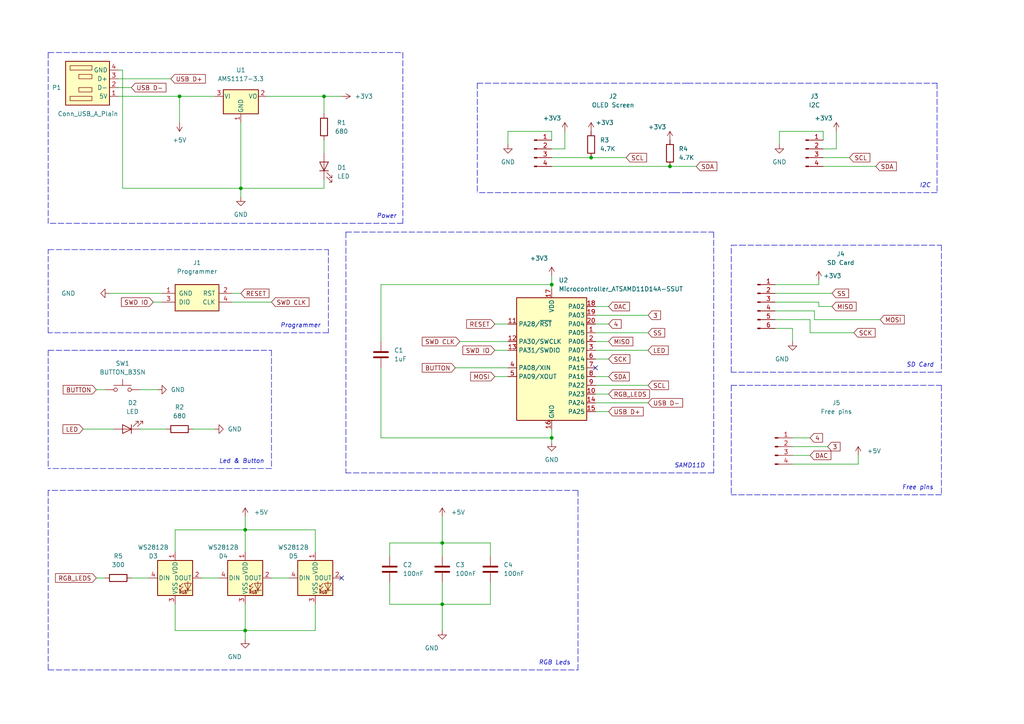
<source format=kicad_sch>
(kicad_sch (version 20211123) (generator eeschema)
  (paper "A4")
  (lib_symbols
    (symbol "LED:WS2812B" (pin_names (offset 0.254))
      (property "Reference" "D" (at 5.08 5.715 0))
      (property "Value" "WS2812B" (at 1.27 -5.715 0))
      (symbol "WS2812B_0_0"
        (text "RGB" (at 2.286 -4.191 0) (effects (font (size 0.762 0.762))))
      )
      (symbol "WS2812B_0_1"
        (polyline (pts (xy 1.27 -3.556) (xy 1.778 -3.556)))
        (polyline (pts (xy 1.27 -2.54) (xy 1.778 -2.54)))
        (polyline (pts (xy 4.699 -3.556) (xy 2.667 -3.556)))
        (polyline (pts (xy 2.286 -2.54) (xy 1.27 -3.556) (xy 1.27 -3.048)))
        (polyline (pts (xy 2.286 -1.524) (xy 1.27 -2.54) (xy 1.27 -2.032)))
        (polyline (pts (xy 3.683 -1.016) (xy 3.683 -3.556) (xy 3.683 -4.064)))
        (polyline (pts (xy 4.699 -1.524) (xy 2.667 -1.524) (xy 3.683 -3.556) (xy 4.699 -1.524)))
        (rectangle (start 5.08 5.08) (end -5.08 -5.08) (stroke (width 0.254)) (fill (type background)))
      )
      (symbol "WS2812B_1_1"
        (pin power_in line (at 0 7.62 270) (length 2.54) (name "VDD") (number "1"))
        (pin output line (at 7.62 0 180) (length 2.54) (name "DOUT") (number "2"))
        (pin power_in line (at 0 -7.62 90) (length 2.54) (name "VSS") (number "3"))
        (pin input line (at -7.62 0 0) (length 2.54) (name "DIN") (number "4"))
      )
    )
    (symbol "Regulator_Linear:AMS1117-3.3" (pin_names (offset 0.254))
      (property "Reference" "U" (at -3.81 3.175 0))
      (property "Value" "AMS1117-3.3" (at 0 3.175 0))
      (symbol "AMS1117-3.3_0_1"
        (rectangle (start -5.08 -5.08) (end 5.08 1.905) (stroke (width 0.254)) (fill (type background)))
      )
      (symbol "AMS1117-3.3_1_1"
        (pin power_in line (at 0 -7.62 90) (length 2.54) (name "GND") (number "1"))
        (pin power_out line (at 7.62 0 180) (length 2.54) (name "VO") (number "2"))
        (pin power_in line (at -7.62 0 0) (length 2.54) (name "VI") (number "3"))
      )
    )
    (symbol "fab:BUTTON_B3SN" (pin_numbers hide) (pin_names (offset 1.016) hide)
      (property "Reference" "SW" (at 1.27 2.54 0))
      (property "Value" "BUTTON_B3SN" (at 0 -1.524 0))
      (symbol "BUTTON_B3SN_0_1"
        (circle (center -2.032 0) (radius 0.508))
        (polyline (pts (xy 0 1.27) (xy 0 3.048)))
        (polyline (pts (xy 2.54 1.27) (xy -2.54 1.27)))
        (circle (center 2.032 0) (radius 0.508))
        (pin passive line (at -5.08 0 0) (length 2.54) (name "1") (number "1"))
        (pin passive line (at 5.08 0 180) (length 2.54) (name "2") (number "2"))
      )
    )
    (symbol "fab:C" (pin_numbers hide) (pin_names (offset 0.254))
      (property "Reference" "C" (at 0.635 2.54 0))
      (property "Value" "C" (at 0.635 -2.54 0))
      (symbol "C_0_1"
        (polyline (pts (xy -2.032 -0.762) (xy 2.032 -0.762)) (stroke (width 0.508)))
        (polyline (pts (xy -2.032 0.762) (xy 2.032 0.762)) (stroke (width 0.508)))
      )
      (symbol "C_1_1"
        (pin passive line (at 0 3.81 270) (length 2.794) (name "~") (number "1"))
        (pin passive line (at 0 -3.81 90) (length 2.794) (name "~") (number "2"))
      )
    )
    (symbol "fab:Conn_PinHeader_1x04_P2.54mm_Vertical_THT_D1.4mm" (pin_names (offset 1.016) hide)
      (property "Reference" "J" (at 0 5.08 0))
      (property "Value" "Conn_PinHeader_1x04_P2.54mm_Vertical_THT_D1.4mm" (at 0 -7.62 0))
      (symbol "Conn_PinHeader_1x04_P2.54mm_Vertical_THT_D1.4mm_1_1"
        (polyline (pts (xy 1.27 -5.08) (xy 0.8636 -5.08)) (stroke (width 0.1524)))
        (polyline (pts (xy 1.27 -2.54) (xy 0.8636 -2.54)) (stroke (width 0.1524)))
        (polyline (pts (xy 1.27 0) (xy 0.8636 0)) (stroke (width 0.1524)))
        (polyline (pts (xy 1.27 2.54) (xy 0.8636 2.54)) (stroke (width 0.1524)))
        (rectangle (start 0.8636 -4.953) (end 0 -5.207) (stroke (width 0.1524)) (fill (type outline)))
        (rectangle (start 0.8636 -2.413) (end 0 -2.667) (stroke (width 0.1524)) (fill (type outline)))
        (rectangle (start 0.8636 0.127) (end 0 -0.127) (stroke (width 0.1524)) (fill (type outline)))
        (rectangle (start 0.8636 2.667) (end 0 2.413) (stroke (width 0.1524)) (fill (type outline)))
        (pin passive line (at 5.08 2.54 180) (length 3.81) (name "Pin_1") (number "1"))
        (pin passive line (at 5.08 0 180) (length 3.81) (name "Pin_2") (number "2"))
        (pin passive line (at 5.08 -2.54 180) (length 3.81) (name "Pin_3") (number "3"))
        (pin passive line (at 5.08 -5.08 180) (length 3.81) (name "Pin_4") (number "4"))
      )
    )
    (symbol "fab:Conn_PinHeader_1x06_P2.54mm_Vertical_THT_D1.4mm" (pin_names (offset 1.016) hide)
      (property "Reference" "J" (at 0 7.62 0))
      (property "Value" "Conn_PinHeader_1x06_P2.54mm_Vertical_THT_D1.4mm" (at 0 -10.16 0))
      (symbol "Conn_PinHeader_1x06_P2.54mm_Vertical_THT_D1.4mm_1_1"
        (polyline (pts (xy 1.27 -7.62) (xy 0.8636 -7.62)) (stroke (width 0.1524)))
        (polyline (pts (xy 1.27 -5.08) (xy 0.8636 -5.08)) (stroke (width 0.1524)))
        (polyline (pts (xy 1.27 -2.54) (xy 0.8636 -2.54)) (stroke (width 0.1524)))
        (polyline (pts (xy 1.27 0) (xy 0.8636 0)) (stroke (width 0.1524)))
        (polyline (pts (xy 1.27 2.54) (xy 0.8636 2.54)) (stroke (width 0.1524)))
        (polyline (pts (xy 1.27 5.08) (xy 0.8636 5.08)) (stroke (width 0.1524)))
        (rectangle (start 0.8636 -7.493) (end 0 -7.747) (stroke (width 0.1524)) (fill (type outline)))
        (rectangle (start 0.8636 -4.953) (end 0 -5.207) (stroke (width 0.1524)) (fill (type outline)))
        (rectangle (start 0.8636 -2.413) (end 0 -2.667) (stroke (width 0.1524)) (fill (type outline)))
        (rectangle (start 0.8636 0.127) (end 0 -0.127) (stroke (width 0.1524)) (fill (type outline)))
        (rectangle (start 0.8636 2.667) (end 0 2.413) (stroke (width 0.1524)) (fill (type outline)))
        (rectangle (start 0.8636 5.207) (end 0 4.953) (stroke (width 0.1524)) (fill (type outline)))
        (pin passive line (at 5.08 5.08 180) (length 3.81) (name "Pin_1") (number "1"))
        (pin passive line (at 5.08 2.54 180) (length 3.81) (name "Pin_2") (number "2"))
        (pin passive line (at 5.08 0 180) (length 3.81) (name "Pin_3") (number "3"))
        (pin passive line (at 5.08 -2.54 180) (length 3.81) (name "Pin_4") (number "4"))
        (pin passive line (at 5.08 -5.08 180) (length 3.81) (name "Pin_5") (number "5"))
        (pin passive line (at 5.08 -7.62 180) (length 3.81) (name "Pin_6") (number "6"))
      )
    )
    (symbol "fab:Conn_PinHeader_2x02_SWD_P2.54mm_Vertical_SMD" (pin_names (offset 1.016))
      (property "Reference" "J" (at -6.35 7.62 0))
      (property "Value" "Conn_PinHeader_2x02_SWD_P2.54mm_Vertical_SMD" (at -6.35 5.08 0))
      (symbol "Conn_PinHeader_2x02_SWD_P2.54mm_Vertical_SMD_1_1"
        (rectangle (start -6.35 3.81) (end 6.35 -3.81) (stroke (width 0.254)) (fill (type background)))
        (pin passive line (at -10.16 1.27 0) (length 3.81) (name "GND") (number "1"))
        (pin passive line (at 10.16 1.27 180) (length 3.81) (name "RST") (number "2"))
        (pin passive line (at -10.16 -1.27 0) (length 3.81) (name "DIO") (number "3"))
        (pin passive line (at 10.16 -1.27 180) (length 3.81) (name "CLK") (number "4"))
      )
    )
    (symbol "fab:Conn_USB_A_Plain"
      (property "Reference" "P" (at -6.35 10.16 0))
      (property "Value" "Conn_USB_A_Plain" (at -6.35 7.62 0))
      (symbol "Conn_USB_A_Plain_0_1"
        (rectangle (start -6.35 6.35) (end 6.35 -6.35) (stroke (width 0.254)) (fill (type background)))
        (rectangle (start -1.27 -3.81) (end 5.08 -5.08))
        (rectangle (start -1.27 -1.27) (end 2.54 -2.54))
        (rectangle (start -1.27 2.54) (end 2.54 1.27))
        (rectangle (start -1.27 5.08) (end 5.08 3.81))
      )
      (symbol "Conn_USB_A_Plain_1_1"
        (pin power_out line (at -8.89 3.81 0) (length 2.54) (name "5V") (number "1"))
        (pin bidirectional line (at -8.89 1.27 0) (length 2.54) (name "D-") (number "2"))
        (pin bidirectional line (at -8.89 -1.27 0) (length 2.54) (name "D+") (number "3"))
        (pin power_out line (at -8.89 -3.81 0) (length 2.54) (name "GND") (number "4"))
      )
    )
    (symbol "fab:LED" (pin_numbers hide) (pin_names (offset 1.016) hide)
      (property "Reference" "D" (at 0 2.54 0))
      (property "Value" "LED" (at 0 -2.54 0))
      (symbol "LED_0_1"
        (polyline (pts (xy -1.27 -1.27) (xy -1.27 1.27)) (stroke (width 0.2032)))
        (polyline (pts (xy -1.27 0) (xy 1.27 0)))
        (polyline (pts (xy 1.27 -1.27) (xy 1.27 1.27) (xy -1.27 0) (xy 1.27 -1.27)) (stroke (width 0.2032)))
        (polyline (pts (xy -3.048 -0.762) (xy -4.572 -2.286) (xy -3.81 -2.286) (xy -4.572 -2.286) (xy -4.572 -1.524)))
        (polyline (pts (xy -1.778 -0.762) (xy -3.302 -2.286) (xy -2.54 -2.286) (xy -3.302 -2.286) (xy -3.302 -1.524)))
      )
      (symbol "LED_1_1"
        (pin passive line (at -3.81 0 0) (length 2.54) (name "K") (number "1"))
        (pin passive line (at 3.81 0 180) (length 2.54) (name "A") (number "2"))
      )
    )
    (symbol "fab:Microcontroller_ATSAMD11D14A-SSUT"
      (property "Reference" "U" (at -10.16 19.05 0))
      (property "Value" "Microcontroller_ATSAMD11D14A-SSUT" (at 1.27 19.05 0))
      (symbol "Microcontroller_ATSAMD11D14A-SSUT_0_1"
        (rectangle (start -10.16 17.78) (end 10.16 -17.78) (stroke (width 0.254)) (fill (type background)))
      )
      (symbol "Microcontroller_ATSAMD11D14A-SSUT_1_1"
        (pin bidirectional line (at 12.7 7.62 180) (length 2.54) (name "PA05") (number "1"))
        (pin bidirectional line (at 12.7 -10.16 180) (length 2.54) (name "PA23") (number "10"))
        (pin bidirectional line (at -12.7 10.16 0) (length 2.54) (name "PA28/~{RST}") (number "11"))
        (pin bidirectional line (at -12.7 5.08 0) (length 2.54) (name "PA30/SWCLK") (number "12"))
        (pin bidirectional line (at -12.7 2.54 0) (length 2.54) (name "PA31/SWDIO") (number "13"))
        (pin bidirectional line (at 12.7 -12.7 180) (length 2.54) (name "PA24") (number "14"))
        (pin bidirectional line (at 12.7 -15.24 180) (length 2.54) (name "PA25") (number "15"))
        (pin power_in line (at 0 -20.32 90) (length 2.54) (name "GND") (number "16"))
        (pin power_in line (at 0 20.32 270) (length 2.54) (name "VDD") (number "17"))
        (pin bidirectional line (at 12.7 15.24 180) (length 2.54) (name "PA02") (number "18"))
        (pin bidirectional line (at 12.7 12.7 180) (length 2.54) (name "PA03") (number "19"))
        (pin bidirectional line (at 12.7 5.08 180) (length 2.54) (name "PA06") (number "2"))
        (pin bidirectional line (at 12.7 10.16 180) (length 2.54) (name "PA04") (number "20"))
        (pin bidirectional line (at 12.7 2.54 180) (length 2.54) (name "PA07") (number "3"))
        (pin bidirectional line (at -12.7 -2.54 0) (length 2.54) (name "PA08/XIN") (number "4"))
        (pin bidirectional line (at -12.7 -5.08 0) (length 2.54) (name "PA09/XOUT") (number "5"))
        (pin bidirectional line (at 12.7 0 180) (length 2.54) (name "PA14") (number "6"))
        (pin bidirectional line (at 12.7 -2.54 180) (length 2.54) (name "PA15") (number "7"))
        (pin bidirectional line (at 12.7 -5.08 180) (length 2.54) (name "PA16") (number "8"))
        (pin bidirectional line (at 12.7 -7.62 180) (length 2.54) (name "PA22") (number "9"))
      )
    )
    (symbol "fab:Power_+3V3" (power) (pin_names (offset 0))
      (property "Value" "Power_+3V3" (at 0 3.556 0))
      (symbol "Power_+3V3_0_1"
        (polyline (pts (xy -0.762 1.27) (xy 0 2.54)))
        (polyline (pts (xy 0 0) (xy 0 2.54)))
        (polyline (pts (xy 0 2.54) (xy 0.762 1.27)))
      )
      (symbol "Power_+3V3_1_1"
        (pin power_in line (at 0 0 90) (length 0) hide (name "+3V3") (number "1"))
      )
    )
    (symbol "fab:Power_+5V" (power) (pin_names (offset 0))
      (property "Value" "Power_+5V" (at 0 3.556 0))
      (symbol "Power_+5V_0_1"
        (polyline (pts (xy -0.762 1.27) (xy 0 2.54)))
        (polyline (pts (xy 0 0) (xy 0 2.54)))
        (polyline (pts (xy 0 2.54) (xy 0.762 1.27)))
      )
      (symbol "Power_+5V_1_1"
        (pin power_in line (at 0 0 90) (length 0) hide (name "+5V") (number "1"))
      )
    )
    (symbol "fab:Power_GND" (power) (pin_names (offset 0))
      (property "Value" "Power_GND" (at 0 -3.81 0))
      (symbol "Power_GND_0_1"
        (polyline (pts (xy 0 0) (xy 0 -1.27) (xy 1.27 -1.27) (xy 0 -2.54) (xy -1.27 -1.27) (xy 0 -1.27)))
      )
      (symbol "Power_GND_1_1"
        (pin power_in line (at 0 0 270) (length 0) hide (name "GND") (number "1"))
      )
    )
    (symbol "fab:R" (pin_numbers hide) (pin_names (offset 0))
      (property "Reference" "R" (at 2.032 0 90))
      (property "Value" "R" (at 0 0 90))
      (symbol "R_0_1"
        (rectangle (start -1.016 -2.54) (end 1.016 2.54) (stroke (width 0.254)))
      )
      (symbol "R_1_1"
        (pin passive line (at 0 3.81 270) (length 1.27) (name "~") (number "1"))
        (pin passive line (at 0 -3.81 90) (length 1.27) (name "~") (number "2"))
      )
    )
  )
  (junction (at 71.12 153.67))
  (junction (at 69.85 54.61))
  (junction (at 128.27 157.48))
  (junction (at 160.02 127))
  (junction (at 93.98 27.94))
  (junction (at 128.27 175.26))
  (junction (at 52.07 27.94))
  (junction (at 171.45 45.72))
  (junction (at 194.31 48.26))
  (junction (at 71.12 182.88))
  (junction (at 160.02 82.55))
  (no_connect (at 172.72 106.68))
  (no_connect (at 99.06 167.64))
  (polyline (pts (xy 13.97 142.24) (xy 13.97 194.31)))
  (wire (pts (xy 229.87 127) (xy 234.95 127)))
  (wire (pts (xy 128.27 175.26) (xy 128.27 182.88)))
  (polyline (pts (xy 95.25 96.52) (xy 13.97 96.52)))
  (wire (pts (xy 128.27 149.86) (xy 128.27 157.48)))
  (wire (pts (xy 113.03 161.29) (xy 113.03 157.48)))
  (polyline (pts (xy 13.97 15.24) (xy 13.97 64.77)))
  (wire (pts (xy 110.49 127) (xy 160.02 127)))
  (wire (pts (xy 172.72 104.14) (xy 176.53 104.14)))
  (polyline (pts (xy 271.78 55.88) (xy 199.39 55.88)))
  (wire (pts (xy 67.31 85.09) (xy 69.85 85.09)))
  (wire (pts (xy 91.44 160.02) (xy 91.44 153.67)))
  (wire (pts (xy 172.72 101.6) (xy 187.96 101.6)))
  (wire (pts (xy 234.95 92.71) (xy 234.95 96.52)))
  (wire (pts (xy 234.95 96.52) (xy 247.65 96.52)))
  (wire (pts (xy 34.29 20.32) (xy 35.56 20.32)))
  (polyline (pts (xy 207.01 137.16) (xy 100.33 137.16)))
  (wire (pts (xy 50.8 153.67) (xy 71.12 153.67)))
  (wire (pts (xy 172.72 114.3) (xy 176.53 114.3)))
  (wire (pts (xy 229.87 132.08) (xy 234.95 132.08)))
  (polyline (pts (xy 13.97 15.24) (xy 116.84 15.24)))
  (polyline (pts (xy 167.64 142.24) (xy 13.97 142.24)))
  (wire (pts (xy 133.35 99.06) (xy 147.32 99.06)))
  (wire (pts (xy 110.49 99.06) (xy 110.49 82.55)))
  (wire (pts (xy 142.24 157.48) (xy 128.27 157.48)))
  (wire (pts (xy 160.02 127) (xy 160.02 128.27)))
  (wire (pts (xy 238.76 45.72) (xy 246.38 45.72)))
  (wire (pts (xy 160.02 82.55) (xy 160.02 83.82)))
  (polyline (pts (xy 207.01 67.31) (xy 207.01 137.16)))
  (polyline (pts (xy 167.64 194.31) (xy 167.64 142.24)))
  (wire (pts (xy 69.85 35.56) (xy 69.85 54.61)))
  (wire (pts (xy 172.72 109.22) (xy 176.53 109.22)))
  (wire (pts (xy 27.94 113.03) (xy 30.48 113.03)))
  (wire (pts (xy 224.79 85.09) (xy 241.3 85.09)))
  (wire (pts (xy 142.24 161.29) (xy 142.24 157.48)))
  (wire (pts (xy 113.03 157.48) (xy 128.27 157.48)))
  (wire (pts (xy 229.87 95.25) (xy 229.87 99.06)))
  (wire (pts (xy 91.44 182.88) (xy 91.44 175.26)))
  (polyline (pts (xy 13.97 96.52) (xy 13.97 72.39)))
  (wire (pts (xy 224.79 92.71) (xy 234.95 92.71)))
  (wire (pts (xy 128.27 157.48) (xy 128.27 161.29)))
  (wire (pts (xy 160.02 38.1) (xy 147.32 38.1)))
  (wire (pts (xy 238.76 43.18) (xy 242.57 43.18)))
  (wire (pts (xy 160.02 80.01) (xy 160.02 82.55)))
  (polyline (pts (xy 212.09 111.76) (xy 212.09 143.51)))
  (wire (pts (xy 110.49 106.68) (xy 110.49 127)))
  (wire (pts (xy 91.44 153.67) (xy 71.12 153.67)))
  (wire (pts (xy 142.24 175.26) (xy 128.27 175.26)))
  (polyline (pts (xy 212.09 111.76) (xy 273.05 111.76)))
  (wire (pts (xy 55.88 124.46) (xy 62.23 124.46)))
  (wire (pts (xy 237.49 82.55) (xy 237.49 81.28)))
  (wire (pts (xy 110.49 82.55) (xy 160.02 82.55)))
  (wire (pts (xy 238.76 48.26) (xy 254 48.26)))
  (wire (pts (xy 38.1 25.4) (xy 34.29 25.4)))
  (wire (pts (xy 93.98 27.94) (xy 99.06 27.94)))
  (wire (pts (xy 50.8 182.88) (xy 71.12 182.88)))
  (wire (pts (xy 224.79 87.63) (xy 237.49 87.63)))
  (wire (pts (xy 77.47 27.94) (xy 93.98 27.94)))
  (polyline (pts (xy 273.05 71.12) (xy 273.05 107.95)))
  (polyline (pts (xy 273.05 107.95) (xy 212.09 107.95)))
  (wire (pts (xy 31.75 85.09) (xy 46.99 85.09)))
  (wire (pts (xy 58.42 167.64) (xy 63.5 167.64)))
  (polyline (pts (xy 212.09 107.95) (xy 212.09 71.12)))
  (wire (pts (xy 171.45 45.72) (xy 181.61 45.72)))
  (wire (pts (xy 50.8 160.02) (xy 50.8 153.67)))
  (wire (pts (xy 93.98 52.07) (xy 93.98 54.61)))
  (wire (pts (xy 176.53 119.38) (xy 172.72 119.38)))
  (wire (pts (xy 224.79 95.25) (xy 229.87 95.25)))
  (polyline (pts (xy 13.97 194.31) (xy 167.64 194.31)))
  (polyline (pts (xy 138.43 24.13) (xy 195.58 24.13)))
  (polyline (pts (xy 195.58 55.88) (xy 138.43 55.88)))
  (polyline (pts (xy 13.97 101.6) (xy 13.97 135.89)))
  (wire (pts (xy 71.12 185.42) (xy 71.12 182.88)))
  (wire (pts (xy 160.02 43.18) (xy 163.83 43.18)))
  (wire (pts (xy 143.51 101.6) (xy 147.32 101.6)))
  (wire (pts (xy 147.32 38.1) (xy 147.32 41.91)))
  (wire (pts (xy 160.02 124.46) (xy 160.02 127)))
  (polyline (pts (xy 78.74 101.6) (xy 78.74 135.89)))
  (wire (pts (xy 248.92 134.62) (xy 248.92 132.08)))
  (wire (pts (xy 238.76 38.1) (xy 226.06 38.1)))
  (wire (pts (xy 24.13 124.46) (xy 33.02 124.46)))
  (wire (pts (xy 128.27 175.26) (xy 128.27 168.91)))
  (wire (pts (xy 67.31 87.63) (xy 78.74 87.63)))
  (polyline (pts (xy 273.05 143.51) (xy 212.09 143.51)))
  (wire (pts (xy 172.72 96.52) (xy 187.96 96.52)))
  (wire (pts (xy 172.72 91.44) (xy 187.96 91.44)))
  (wire (pts (xy 40.64 113.03) (xy 45.72 113.03)))
  (wire (pts (xy 113.03 168.91) (xy 113.03 175.26)))
  (polyline (pts (xy 78.74 135.89) (xy 13.97 135.89)))
  (wire (pts (xy 52.07 27.94) (xy 62.23 27.94)))
  (wire (pts (xy 71.12 149.86) (xy 71.12 153.67)))
  (wire (pts (xy 163.83 43.18) (xy 163.83 38.1)))
  (wire (pts (xy 93.98 27.94) (xy 93.98 33.02)))
  (wire (pts (xy 172.72 99.06) (xy 176.53 99.06)))
  (wire (pts (xy 229.87 129.54) (xy 240.03 129.54)))
  (polyline (pts (xy 13.97 101.6) (xy 78.74 101.6)))
  (wire (pts (xy 194.31 48.26) (xy 201.93 48.26)))
  (wire (pts (xy 160.02 45.72) (xy 171.45 45.72)))
  (wire (pts (xy 132.08 106.68) (xy 147.32 106.68)))
  (wire (pts (xy 226.06 38.1) (xy 226.06 41.91)))
  (wire (pts (xy 224.79 82.55) (xy 237.49 82.55)))
  (polyline (pts (xy 271.78 24.13) (xy 271.78 55.88)))
  (polyline (pts (xy 195.58 24.13) (xy 199.39 24.13)))
  (polyline (pts (xy 273.05 111.76) (xy 273.05 143.51)))
  (polyline (pts (xy 100.33 67.31) (xy 100.33 137.16)))
  (wire (pts (xy 49.53 22.86) (xy 34.29 22.86)))
  (wire (pts (xy 93.98 40.64) (xy 93.98 44.45)))
  (polyline (pts (xy 214.63 71.12) (xy 273.05 71.12)))
  (wire (pts (xy 142.24 168.91) (xy 142.24 175.26)))
  (wire (pts (xy 229.87 134.62) (xy 248.92 134.62)))
  (wire (pts (xy 224.79 90.17) (xy 236.22 90.17)))
  (wire (pts (xy 172.72 116.84) (xy 187.96 116.84)))
  (polyline (pts (xy 116.84 64.77) (xy 13.97 64.77)))
  (polyline (pts (xy 212.09 71.12) (xy 214.63 71.12)))
  (polyline (pts (xy 195.58 55.88) (xy 200.66 55.88)))
  (wire (pts (xy 113.03 175.26) (xy 128.27 175.26)))
  (wire (pts (xy 172.72 111.76) (xy 187.96 111.76)))
  (wire (pts (xy 69.85 54.61) (xy 93.98 54.61)))
  (wire (pts (xy 172.72 88.9) (xy 176.53 88.9)))
  (wire (pts (xy 160.02 40.64) (xy 160.02 38.1)))
  (wire (pts (xy 27.94 167.64) (xy 30.48 167.64)))
  (wire (pts (xy 35.56 54.61) (xy 69.85 54.61)))
  (polyline (pts (xy 116.84 15.24) (xy 116.84 64.77)))
  (wire (pts (xy 40.64 124.46) (xy 48.26 124.46)))
  (wire (pts (xy 242.57 43.18) (xy 242.57 38.1)))
  (wire (pts (xy 236.22 92.71) (xy 255.27 92.71)))
  (wire (pts (xy 176.53 93.98) (xy 172.72 93.98)))
  (polyline (pts (xy 138.43 24.13) (xy 138.43 55.88)))
  (wire (pts (xy 78.74 167.64) (xy 83.82 167.64)))
  (polyline (pts (xy 199.39 24.13) (xy 271.78 24.13)))
  (wire (pts (xy 236.22 90.17) (xy 236.22 92.71)))
  (wire (pts (xy 44.45 87.63) (xy 46.99 87.63)))
  (wire (pts (xy 71.12 182.88) (xy 91.44 182.88)))
  (wire (pts (xy 71.12 153.67) (xy 71.12 160.02)))
  (polyline (pts (xy 13.97 72.39) (xy 95.25 72.39)))
  (wire (pts (xy 69.85 54.61) (xy 69.85 57.15)))
  (wire (pts (xy 238.76 40.64) (xy 238.76 38.1)))
  (wire (pts (xy 52.07 27.94) (xy 52.07 35.56)))
  (wire (pts (xy 34.29 27.94) (xy 52.07 27.94)))
  (wire (pts (xy 143.51 109.22) (xy 147.32 109.22)))
  (wire (pts (xy 35.56 20.32) (xy 35.56 54.61)))
  (polyline (pts (xy 100.33 67.31) (xy 207.01 67.31)))
  (wire (pts (xy 237.49 87.63) (xy 237.49 88.9)))
  (wire (pts (xy 160.02 48.26) (xy 194.31 48.26)))
  (wire (pts (xy 143.51 93.98) (xy 147.32 93.98)))
  (wire (pts (xy 38.1 167.64) (xy 43.18 167.64)))
  (wire (pts (xy 71.12 182.88) (xy 71.12 175.26)))
  (wire (pts (xy 237.49 88.9) (xy 241.3 88.9)))
  (polyline (pts (xy 95.25 72.39) (xy 95.25 96.52)))
  (wire (pts (xy 50.8 175.26) (xy 50.8 182.88)))
  (text "Programmer" (at 81.28 95.25 0) (effects (font (size 1.27 1.27) italic) (justify left bottom)))
  (text "Led & Button" (at 63.5 134.62 0) (effects (font (size 1.27 1.27) italic) (justify left bottom)))
  (text "SAMD11D" (at 195.58 135.89 0) (effects (font (size 1.27 1.27) italic) (justify left bottom)))
  (text "Free pins" (at 261.62 142.24 0) (effects (font (size 1.27 1.27) italic) (justify left bottom)))
  (text "I2C" (at 266.7 54.61 0) (effects (font (size 1.27 1.27) italic) (justify left bottom)))
  (text "Power" (at 109.22 63.5 0) (effects (font (size 1.27 1.27) italic) (justify left bottom)))
  (text "SD Card" (at 262.89 106.68 0) (effects (font (size 1.27 1.27) italic) (justify left bottom)))
  (text "RGB Leds" (at 156.21 193.04 0) (effects (font (size 1.27 1.27) italic) (justify left bottom)))
  (global_label "3" (shape input) (at 240.03 129.54 0) (property "Intersheet References" "${INTERSHEET_REFS}" (effects hide)))
  (global_label "4" (shape input) (at 176.53 93.98 0) (property "Intersheet References" "${INTERSHEET_REFS}" (effects hide)))
  (global_label "USB D+" (shape input) (at 176.53 119.38 0) (property "Intersheet References" "${INTERSHEET_REFS}" (effects hide)))
  (global_label "SDA" (shape input) (at 176.53 109.22 0) (property "Intersheet References" "${INTERSHEET_REFS}" (effects hide)))
  (global_label "BUTTON" (shape input) (at 27.94 113.03 180) (property "Intersheet References" "${INTERSHEET_REFS}" (effects hide)))
  (global_label "SDA" (shape input) (at 254 48.26 0) (property "Intersheet References" "${INTERSHEET_REFS}" (effects hide)))
  (global_label "SCK" (shape input) (at 247.65 96.52 0) (property "Intersheet References" "${INTERSHEET_REFS}" (effects hide)))
  (global_label "SS" (shape input) (at 241.3 85.09 0) (property "Intersheet References" "${INTERSHEET_REFS}" (effects hide)))
  (global_label "SS" (shape input) (at 187.96 96.52 0) (property "Intersheet References" "${INTERSHEET_REFS}" (effects hide)))
  (global_label "MISO" (shape input) (at 176.53 99.06 0) (property "Intersheet References" "${INTERSHEET_REFS}" (effects hide)))
  (global_label "USB D-" (shape input) (at 187.96 116.84 0) (property "Intersheet References" "${INTERSHEET_REFS}" (effects hide)))
  (global_label "3" (shape input) (at 187.96 91.44 0) (property "Intersheet References" "${INTERSHEET_REFS}" (effects hide)))
  (global_label "SWD CLK" (shape input) (at 78.74 87.63 0) (property "Intersheet References" "${INTERSHEET_REFS}" (effects hide)))
  (global_label "RGB_LEDS" (shape input) (at 176.53 114.3 0) (property "Intersheet References" "${INTERSHEET_REFS}" (effects hide)))
  (global_label "RESET" (shape input) (at 69.85 85.09 0) (property "Intersheet References" "${INTERSHEET_REFS}" (effects hide)))
  (global_label "SDA" (shape input) (at 201.93 48.26 0) (property "Intersheet References" "${INTERSHEET_REFS}" (effects hide)))
  (global_label "MOSI" (shape input) (at 255.27 92.71 0) (property "Intersheet References" "${INTERSHEET_REFS}" (effects hide)))
  (global_label "RESET" (shape input) (at 143.51 93.98 180) (property "Intersheet References" "${INTERSHEET_REFS}" (effects hide)))
  (global_label "LED" (shape input) (at 187.96 101.6 0) (property "Intersheet References" "${INTERSHEET_REFS}" (effects hide)))
  (global_label "DAC" (shape input) (at 234.95 132.08 0) (property "Intersheet References" "${INTERSHEET_REFS}" (effects hide)))
  (global_label "USB D+" (shape input) (at 49.53 22.86 0) (property "Intersheet References" "${INTERSHEET_REFS}" (effects hide)))
  (global_label "DAC" (shape input) (at 176.53 88.9 0) (property "Intersheet References" "${INTERSHEET_REFS}" (effects hide)))
  (global_label "SCL" (shape input) (at 181.61 45.72 0) (property "Intersheet References" "${INTERSHEET_REFS}" (effects hide)))
  (global_label "SCL" (shape input) (at 246.38 45.72 0) (property "Intersheet References" "${INTERSHEET_REFS}" (effects hide)))
  (global_label "MISO" (shape input) (at 241.3 88.9 0) (property "Intersheet References" "${INTERSHEET_REFS}" (effects hide)))
  (global_label "SWD IO" (shape input) (at 143.51 101.6 180) (property "Intersheet References" "${INTERSHEET_REFS}" (effects hide)))
  (global_label "BUTTON" (shape input) (at 132.08 106.68 180) (property "Intersheet References" "${INTERSHEET_REFS}" (effects hide)))
  (global_label "LED" (shape input) (at 24.13 124.46 180) (property "Intersheet References" "${INTERSHEET_REFS}" (effects hide)))
  (global_label "SCL" (shape input) (at 187.96 111.76 0) (property "Intersheet References" "${INTERSHEET_REFS}" (effects hide)))
  (global_label "4" (shape input) (at 234.95 127 0) (property "Intersheet References" "${INTERSHEET_REFS}" (effects hide)))
  (global_label "SCK" (shape input) (at 176.53 104.14 0) (property "Intersheet References" "${INTERSHEET_REFS}" (effects hide)))
  (global_label "SWD CLK" (shape input) (at 133.35 99.06 180) (property "Intersheet References" "${INTERSHEET_REFS}" (effects hide)))
  (global_label "SWD IO" (shape input) (at 44.45 87.63 180) (property "Intersheet References" "${INTERSHEET_REFS}" (effects hide)))
  (global_label "USB D-" (shape input) (at 38.1 25.4 0) (property "Intersheet References" "${INTERSHEET_REFS}" (effects hide)))
  (global_label "RGB_LEDS" (shape input) (at 27.94 167.64 180) (property "Intersheet References" "${INTERSHEET_REFS}" (effects hide)))
  (global_label "MOSI" (shape input) (at 143.51 109.22 180) (property "Intersheet References" "${INTERSHEET_REFS}" (effects hide)))
  (symbol (lib_id "fab:Conn_PinHeader_1x06_P2.54mm_Vertical_THT_D1.4mm") (at 219.71 87.63 0) (unit 1)
    (property "Reference" "J4" (at 243.84 73.66 0))
    (property "Value" "SD Card" (at 243.84 76.2 0))
    (property "Footprint" "Connector_PinHeader_2.54mm:PinHeader_1x06_P2.54mm_Vertical_SMD_Pin1Left" (effects hide))
    (property "Datasheet" "https://media.digikey.com/PDF/Data%20Sheets/Sullins%20PDFs/xRxCzzzSxxN-RC_ST_11635-B.pdf" (effects hide))
  )
  (symbol (lib_id "fab:Power_GND") (at 31.75 85.09 270) (unit 1)
    (property "Reference" "#PWR0116" (effects hide))
    (property "Value" "Power_GND" (at 17.78 85.09 90) (effects (justify left)))
  )
  (symbol (lib_id "fab:Power_+3V3") (at 99.06 27.94 270) (unit 1)
    (property "Reference" "#PWR0110" (effects hide))
    (property "Value" "Power_+3V3" (at 102.87 27.94 90) (effects (justify left)))
  )
  (symbol (lib_id "fab:Power_+5V") (at 128.27 149.86 0) (unit 1)
    (property "Reference" "#PWR0119" (effects hide))
    (property "Value" "Power_+5V" (at 130.81 148.59 0) (effects (justify left)))
  )
  (symbol (lib_id "fab:Power_GND") (at 45.72 113.03 90) (unit 1)
    (property "Reference" "#PWR0104" (effects hide))
    (property "Value" "Power_GND" (at 49.53 113.03 90) (effects (justify right)))
  )
  (symbol (lib_id "fab:Conn_PinHeader_1x04_P2.54mm_Vertical_THT_D1.4mm") (at 154.94 43.18 0) (unit 1)
    (property "Reference" "J2" (at 177.8 27.94 0))
    (property "Value" "OLED Screen" (at 177.8 30.48 0))
    (property "Footprint" "Connector_PinHeader_2.54mm:PinHeader_1x04_P2.54mm_Vertical_SMD_Pin1Left" (effects hide))
  )
  (symbol (lib_id "fab:Power_+3V3") (at 163.83 38.1 0) (unit 1)
    (property "Reference" "#PWR0113" (effects hide))
    (property "Value" "Power_+3V3" (at 157.48 34.29 0) (effects (justify left)))
  )
  (symbol (lib_id "fab:R") (at 194.31 44.45 0) (unit 1)
    (property "Reference" "R4" (at 196.85 43.1799 0) (effects (justify left)))
    (property "Value" "4.7K" (at 196.85 45.7199 0) (effects (justify left)))
    (property "Footprint" "fab:R_1206" (effects hide))
  )
  (symbol (lib_id "LED:WS2812B") (at 71.12 167.64 0) (unit 1)
    (property "Reference" "D4" (at 64.77 161.29 0))
    (property "Value" "WS2812B" (at 64.77 158.75 0))
    (property "Footprint" "LED_SMD:LED_WS2812B_PLCC4_5.0x5.0mm_P3.2mm" (effects hide))
    (property "Datasheet" "https://cdn-shop.adafruit.com/datasheets/WS2812B.pdf" (effects hide))
  )
  (symbol (lib_id "fab:Power_+3V3") (at 160.02 80.01 0) (unit 1)
    (property "Reference" "#PWR0108" (effects hide))
    (property "Value" "Power_+3V3" (at 153.67 74.93 0) (effects (justify left)))
  )
  (symbol (lib_id "fab:Power_GND") (at 128.27 182.88 0) (unit 1)
    (property "Reference" "#PWR0120" (effects hide))
    (property "Value" "Power_GND" (at 123.19 187.96 0) (effects (justify left)))
  )
  (symbol (lib_id "fab:Power_+3V3") (at 237.49 81.28 0) (unit 1)
    (property "Reference" "#PWR0111" (effects hide))
    (property "Value" "Power_+3V3" (at 238.76 80.01 0) (effects (justify left)))
  )
  (symbol (lib_id "Regulator_Linear:AMS1117-3.3") (at 69.85 27.94 0) (unit 1)
    (property "Reference" "U1" (at 69.85 20.32 0))
    (property "Value" "AMS1117-3.3" (at 69.85 22.86 0))
    (property "Footprint" "Package_TO_SOT_SMD:SOT-223-3_TabPin2" (effects hide))
    (property "Datasheet" "http://www.advanced-monolithic.com/pdf/ds1117.pdf" (effects hide))
  )
  (symbol (lib_id "fab:Power_GND") (at 62.23 124.46 90) (unit 1)
    (property "Reference" "#PWR0115" (effects hide))
    (property "Value" "Power_GND" (at 66.04 124.46 90) (effects (justify right)))
  )
  (symbol (lib_id "LED:WS2812B") (at 91.44 167.64 0) (unit 1)
    (property "Reference" "D5" (at 85.09 161.29 0))
    (property "Value" "WS2812B" (at 85.09 158.75 0))
    (property "Footprint" "LED_SMD:LED_WS2812B_PLCC4_5.0x5.0mm_P3.2mm" (effects hide))
    (property "Datasheet" "https://cdn-shop.adafruit.com/datasheets/WS2812B.pdf" (effects hide))
  )
  (symbol (lib_id "fab:Microcontroller_ATSAMD11D14A-SSUT") (at 160.02 104.14 0) (unit 1)
    (property "Reference" "U2" (at 162.0394 81.28 0) (effects (justify left)))
    (property "Value" "Microcontroller_ATSAMD11D14A-SSUT" (at 162.0394 83.82 0) (effects (justify left)))
    (property "Footprint" "fab:SOIC-20_7.5x12.8mm_P1.27mm" (effects hide))
    (property "Datasheet" "https://ww1.microchip.com/downloads/en/DeviceDoc/Atmel-42363-SAM-D11_Datasheet.pdf" (effects hide))
  )
  (symbol (lib_id "fab:Conn_PinHeader_1x04_P2.54mm_Vertical_THT_D1.4mm") (at 233.68 43.18 0) (unit 1)
    (property "Reference" "J3" (at 236.22 27.94 0))
    (property "Value" "I2C" (at 236.22 30.48 0))
    (property "Footprint" "Connector_PinHeader_2.54mm:PinHeader_1x04_P2.54mm_Vertical_SMD_Pin1Left" (effects hide))
  )
  (symbol (lib_id "fab:Conn_PinHeader_1x04_P2.54mm_Vertical_THT_D1.4mm") (at 224.79 129.54 0) (unit 1)
    (property "Reference" "J5" (at 242.57 116.84 0))
    (property "Value" "Free pins" (at 242.57 119.38 0))
    (property "Footprint" "Connector_PinHeader_2.54mm:PinHeader_1x04_P2.54mm_Vertical_SMD_Pin1Left" (effects hide))
  )
  (symbol (lib_id "fab:Power_GND") (at 229.87 99.06 0) (unit 1)
    (property "Reference" "#PWR0112" (effects hide))
    (property "Value" "Power_GND" (at 224.79 104.14 0) (effects (justify left)))
  )
  (symbol (lib_id "fab:Power_+3V3") (at 194.31 40.64 0) (unit 1)
    (property "Reference" "#PWR0106" (effects hide))
    (property "Value" "Power_+3V3" (at 187.96 36.83 0) (effects (justify left)))
  )
  (symbol (lib_id "fab:Power_+3V3") (at 171.45 38.1 0) (unit 1)
    (property "Reference" "#PWR0117" (effects hide))
    (property "Value" "Power_+3V3" (at 172.72 35.56 0) (effects (justify left)))
  )
  (symbol (lib_id "fab:Power_GND") (at 160.02 128.27 0) (unit 1)
    (property "Reference" "#PWR0103" (effects hide))
    (property "Value" "Power_GND" (at 160.02 133.35 0))
  )
  (symbol (lib_id "fab:Power_+3V3") (at 242.57 38.1 0) (unit 1)
    (property "Reference" "#PWR0102" (effects hide))
    (property "Value" "Power_+3V3" (at 236.22 34.29 0) (effects (justify left)))
  )
  (symbol (lib_id "fab:Power_GND") (at 147.32 41.91 0) (unit 1)
    (property "Reference" "#PWR0114" (effects hide))
    (property "Value" "Power_GND" (at 147.32 46.99 0))
  )
  (symbol (lib_id "fab:Power_GND") (at 71.12 185.42 0) (unit 1)
    (property "Reference" "#PWR0107" (effects hide))
    (property "Value" "Power_GND" (at 66.04 190.5 0) (effects (justify left)))
  )
  (symbol (lib_id "fab:Power_+5V") (at 71.12 149.86 0) (unit 1)
    (property "Reference" "#PWR0118" (effects hide))
    (property "Value" "Power_+5V" (at 73.66 148.5899 0) (effects (justify left)))
  )
  (symbol (lib_id "fab:C") (at 113.03 165.1 180) (unit 1)
    (property "Reference" "C2" (at 116.84 163.8299 0) (effects (justify right)))
    (property "Value" "100nF" (at 116.84 166.3699 0) (effects (justify right)))
    (property "Footprint" "fab:C_1206" (effects hide))
  )
  (symbol (lib_id "fab:R") (at 34.29 167.64 90) (unit 1)
    (property "Reference" "R5" (at 34.29 161.29 90))
    (property "Value" "300" (at 34.29 163.83 90))
    (property "Footprint" "fab:R_1206" (effects hide))
  )
  (symbol (lib_id "fab:R") (at 52.07 124.46 90) (unit 1)
    (property "Reference" "R2" (at 52.07 118.11 90))
    (property "Value" "680" (at 52.07 120.65 90))
    (property "Footprint" "fab:R_1206" (effects hide))
  )
  (symbol (lib_id "LED:WS2812B") (at 50.8 167.64 0) (unit 1)
    (property "Reference" "D3" (at 44.45 161.29 0))
    (property "Value" "WS2812B" (at 44.45 158.75 0))
    (property "Footprint" "LED_SMD:LED_WS2812B_PLCC4_5.0x5.0mm_P3.2mm" (effects hide))
    (property "Datasheet" "https://cdn-shop.adafruit.com/datasheets/WS2812B.pdf" (effects hide))
  )
  (symbol (lib_id "fab:LED") (at 36.83 124.46 180) (unit 1)
    (property "Reference" "D2" (at 38.4302 116.84 0))
    (property "Value" "LED" (at 38.4302 119.38 0))
    (property "Footprint" "fab:LED_1206" (effects hide))
    (property "Datasheet" "https://optoelectronics.liteon.com/upload/download/DS-22-98-0002/LTST-C150CKT.pdf" (effects hide))
  )
  (symbol (lib_id "fab:LED") (at 93.98 48.26 90) (unit 1)
    (property "Reference" "D1" (at 97.79 48.5901 90) (effects (justify right)))
    (property "Value" "LED" (at 97.79 51.1301 90) (effects (justify right)))
    (property "Footprint" "fab:LED_1206" (effects hide))
    (property "Datasheet" "https://optoelectronics.liteon.com/upload/download/DS-22-98-0002/LTST-C150CKT.pdf" (effects hide))
  )
  (symbol (lib_id "fab:R") (at 93.98 36.83 0) (unit 1)
    (property "Reference" "R1" (at 99.06 35.56 0))
    (property "Value" "680" (at 99.06 38.1 0))
    (property "Footprint" "fab:R_1206" (effects hide))
  )
  (symbol (lib_id "fab:Power_+5V") (at 248.92 132.08 0) (unit 1)
    (property "Reference" "#PWR0121" (effects hide))
    (property "Value" "Power_+5V" (at 251.46 130.8099 0) (effects (justify left)))
  )
  (symbol (lib_id "fab:C") (at 110.49 102.87 0) (unit 1)
    (property "Reference" "C1" (at 114.3 101.5999 0) (effects (justify left)))
    (property "Value" "1uF" (at 114.3 104.1399 0) (effects (justify left)))
    (property "Footprint" "fab:C_1206" (effects hide))
  )
  (symbol (lib_id "fab:Conn_USB_A_Plain") (at 25.4 24.13 180) (unit 1)
    (property "Reference" "P1" (at 17.78 25.4001 0) (effects (justify left)))
    (property "Value" "Conn_USB_A_Plain" (at 34.29 33.02 0) (effects (justify left)))
    (property "Footprint" "fab:Conn_USB_A_Plain" (effects hide))
  )
  (symbol (lib_id "fab:Power_GND") (at 69.85 57.15 0) (unit 1)
    (property "Reference" "#PWR0101" (effects hide))
    (property "Value" "Power_GND" (at 69.85 62.23 0))
  )
  (symbol (lib_id "fab:R") (at 171.45 41.91 0) (unit 1)
    (property "Reference" "R3" (at 173.99 40.6399 0) (effects (justify left)))
    (property "Value" "4.7K" (at 173.99 43.1799 0) (effects (justify left)))
    (property "Footprint" "fab:R_1206" (effects hide))
  )
  (symbol (lib_id "fab:C") (at 142.24 165.1 180) (unit 1)
    (property "Reference" "C4" (at 146.05 163.8299 0) (effects (justify right)))
    (property "Value" "100nF" (at 146.05 166.3699 0) (effects (justify right)))
    (property "Footprint" "fab:C_1206" (effects hide))
  )
  (symbol (lib_id "fab:C") (at 128.27 165.1 180) (unit 1)
    (property "Reference" "C3" (at 132.08 163.8299 0) (effects (justify right)))
    (property "Value" "100nF" (at 132.08 166.3699 0) (effects (justify right)))
    (property "Footprint" "fab:C_1206" (effects hide))
  )
  (symbol (lib_id "fab:BUTTON_B3SN") (at 35.56 113.03 0) (unit 1)
    (property "Reference" "SW1" (at 35.56 105.41 0))
    (property "Value" "BUTTON_B3SN" (at 35.56 107.95 0))
    (property "Footprint" "fab:Button_Omron_B3SN_6x6mm" (effects hide))
    (property "Datasheet" "https://omronfs.omron.com/en_US/ecb/products/pdf/en-b3sn.pdf" (effects hide))
  )
  (symbol (lib_id "fab:Conn_PinHeader_2x02_SWD_P2.54mm_Vertical_SMD") (at 57.15 86.36 0) (unit 1)
    (property "Reference" "J1" (at 57.15 76.2 0))
    (property "Value" "Programmer" (at 57.15 78.74 0))
    (property "Footprint" "fab:PinHeader_2x02_SWD_P2.54mm_Vertical_SMD" (effects hide))
    (property "Datasheet" "https://cdn.amphenol-icc.com/media/wysiwyg/files/drawing/95278.pdf" (effects hide))
  )
  (symbol (lib_id "fab:Power_+5V") (at 52.07 35.56 180) (unit 1)
    (property "Reference" "#PWR0109" (effects hide))
    (property "Value" "Power_+5V" (at 52.07 40.64 0))
  )
  (symbol (lib_id "fab:Power_GND") (at 226.06 41.91 0) (unit 1)
    (property "Reference" "#PWR0105" (effects hide))
    (property "Value" "Power_GND" (at 226.06 46.99 0))
  )
)
</source>
